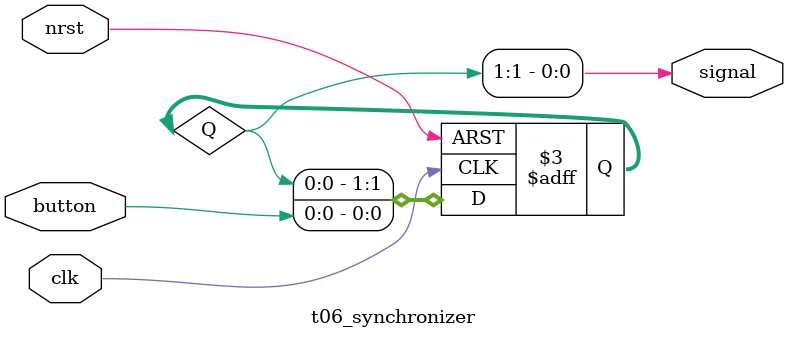
<source format=v>
`default_nettype none
module t06_synchronizer (
	button,
	clk,
	nrst,
	signal
);
	input wire button;
	input wire clk;
	input wire nrst;
	output wire signal;
	reg [1:0] Q;
	always @(posedge clk or negedge nrst)
		if (~nrst)
			Q <= 0;
		else
			Q <= {Q[0], button};
	assign signal = Q[1];
endmodule

</source>
